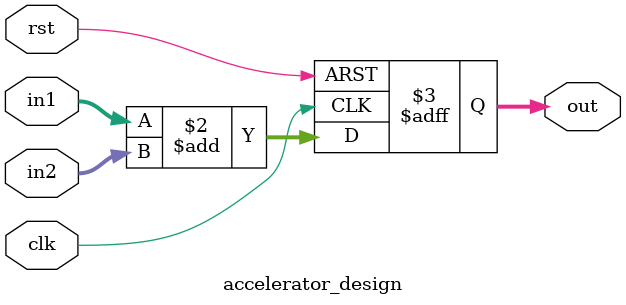
<source format=sv>

module accelerator_design (
  input clk,
  input rst,

  input [7:0] in1,
  input [7:0] in2,

  output reg [8:0] out
);

  always @(posedge clk or posedge rst) begin
    if (rst) begin
      out <= 0;
    end else begin
      out <= in1 + in2;
    end
  end

endmodule

</source>
